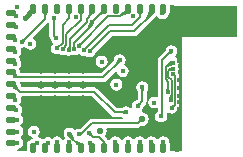
<source format=gbl>
G04 Layer_Physical_Order=4*
G04 Layer_Color=16711680*
%FSLAX25Y25*%
%MOIN*%
G70*
G01*
G75*
%ADD10C,0.00500*%
%ADD11C,0.00800*%
%ADD13C,0.00400*%
%ADD16C,0.01500*%
%ADD42C,0.01500*%
%ADD44C,0.02598*%
%ADD45C,0.02200*%
G04:AMPARAMS|DCode=49|XSize=17.72mil|YSize=33.47mil|CornerRadius=4.43mil|HoleSize=0mil|Usage=FLASHONLY|Rotation=180.000|XOffset=0mil|YOffset=0mil|HoleType=Round|Shape=RoundedRectangle|*
%AMROUNDEDRECTD49*
21,1,0.01772,0.02461,0,0,180.0*
21,1,0.00886,0.03347,0,0,180.0*
1,1,0.00886,-0.00443,0.01230*
1,1,0.00886,0.00443,0.01230*
1,1,0.00886,0.00443,-0.01230*
1,1,0.00886,-0.00443,-0.01230*
%
%ADD49ROUNDEDRECTD49*%
G04:AMPARAMS|DCode=50|XSize=17.72mil|YSize=33.47mil|CornerRadius=4.43mil|HoleSize=0mil|Usage=FLASHONLY|Rotation=90.000|XOffset=0mil|YOffset=0mil|HoleType=Round|Shape=RoundedRectangle|*
%AMROUNDEDRECTD50*
21,1,0.01772,0.02461,0,0,90.0*
21,1,0.00886,0.03347,0,0,90.0*
1,1,0.00886,0.01230,0.00443*
1,1,0.00886,0.01230,-0.00443*
1,1,0.00886,-0.01230,-0.00443*
1,1,0.00886,-0.01230,0.00443*
%
%ADD50ROUNDEDRECTD50*%
G36*
X36255Y13555D02*
X36734Y13234D01*
X36828Y13216D01*
X37300Y13122D01*
X39680D01*
X39977Y12720D01*
X39904Y12478D01*
X29700D01*
X29134Y12366D01*
X28655Y12045D01*
X25798Y9189D01*
X25300Y9288D01*
X24539Y9137D01*
X24104Y8846D01*
X23614Y8944D01*
X23606Y8956D01*
X22961Y9387D01*
X22200Y9538D01*
X21439Y9387D01*
X20794Y8956D01*
X20363Y8311D01*
X20212Y7550D01*
X20363Y6789D01*
X20794Y6144D01*
X20594Y6006D01*
X20594Y6006D01*
X20300Y5566D01*
X19800D01*
X19506Y6006D01*
X18861Y6437D01*
X18100Y6588D01*
X17339Y6437D01*
X16694Y6006D01*
X16694Y6006D01*
Y6006D01*
X16406Y5906D01*
D01*
X15761Y6337D01*
X15000Y6488D01*
X14239Y6337D01*
X13594Y5906D01*
X13467Y5715D01*
X12967D01*
X12906Y5806D01*
X12261Y6237D01*
X12070Y6275D01*
X11736Y6774D01*
X12167Y7419D01*
X12318Y8180D01*
X12167Y8941D01*
X11736Y9586D01*
X11091Y10017D01*
X10330Y10168D01*
X9569Y10017D01*
X8924Y9586D01*
X8493Y8941D01*
X8342Y8180D01*
X8493Y7419D01*
X8924Y6774D01*
X9569Y6343D01*
X9761Y6305D01*
X9908Y6084D01*
X9717Y5623D01*
X9096Y5499D01*
X8553Y5136D01*
X8190Y4592D01*
X8062Y3951D01*
Y1835D01*
X4729D01*
X4662Y2057D01*
X4919Y2485D01*
X5561Y2613D01*
X6206Y3044D01*
X6637Y3689D01*
X6788Y4450D01*
X6637Y5211D01*
X6206Y5856D01*
X5878Y6075D01*
Y6575D01*
X6206Y6794D01*
X6637Y7439D01*
X6788Y8200D01*
X6637Y8961D01*
X6206Y9606D01*
X5728Y9925D01*
Y10425D01*
X6206Y10744D01*
X6637Y11389D01*
X6788Y12150D01*
X6637Y12911D01*
X6206Y13556D01*
X5975Y13710D01*
X5877Y14201D01*
X6237Y14739D01*
X6388Y15500D01*
X6237Y16261D01*
X5806Y16906D01*
X5621Y17030D01*
X5523Y17520D01*
X5937Y18139D01*
X6088Y18900D01*
X5952Y19585D01*
X6108Y19775D01*
X6402Y19972D01*
X29838D01*
X36255Y13555D01*
D02*
G37*
G36*
X78165Y39850D02*
X59800D01*
Y1835D01*
X55605D01*
Y3951D01*
X55478Y4592D01*
X55469Y4605D01*
X55488Y4700D01*
X55337Y5461D01*
X54906Y6106D01*
X54261Y6537D01*
X53500Y6688D01*
X52739Y6537D01*
X52094Y6106D01*
X51750Y5591D01*
X51250D01*
X50906Y6106D01*
X50261Y6537D01*
X49500Y6688D01*
X48739Y6537D01*
X48094Y6106D01*
X47800Y5666D01*
X47300D01*
X47006Y6106D01*
X46361Y6537D01*
X45600Y6688D01*
X44839Y6537D01*
X44194Y6106D01*
X43900Y5666D01*
X43400D01*
X43106Y6106D01*
X42461Y6537D01*
X41700Y6688D01*
X40939Y6537D01*
X40294Y6106D01*
X39863Y5461D01*
X39850Y5395D01*
X39350Y5395D01*
X39337Y5461D01*
X38906Y6106D01*
X38261Y6537D01*
X37500Y6688D01*
X36739Y6537D01*
X36094Y6106D01*
X35663Y5461D01*
X35663Y5461D01*
Y5461D01*
X35594Y5365D01*
X35094Y5374D01*
X34848Y5743D01*
X33974Y6616D01*
X34467Y7353D01*
X34645Y8250D01*
X34469Y9135D01*
X34786Y9522D01*
X44900D01*
X45466Y9634D01*
X45945Y9955D01*
X46088Y10097D01*
X46300Y10055D01*
X47197Y10233D01*
X47958Y10742D01*
X48467Y11503D01*
X48645Y12400D01*
X48467Y13297D01*
X47958Y14058D01*
X47197Y14567D01*
X46312Y14743D01*
X46215Y15233D01*
X46306Y15294D01*
X46737Y15939D01*
X46855Y16533D01*
X46877Y16586D01*
X47545Y17255D01*
X47866Y17734D01*
X47978Y18300D01*
Y21682D01*
X48000Y21736D01*
X48337Y22239D01*
X48488Y23000D01*
X48337Y23761D01*
X47906Y24406D01*
X47261Y24837D01*
X46500Y24988D01*
X45739Y24837D01*
X45094Y24406D01*
X44663Y23761D01*
X44512Y23000D01*
X44663Y22239D01*
X45000Y21736D01*
X45022Y21682D01*
Y18912D01*
X44786Y18677D01*
X44733Y18655D01*
X44139Y18537D01*
X43494Y18106D01*
X43063Y17461D01*
X42912Y16700D01*
X43031Y16104D01*
X42568Y15912D01*
X42506Y16006D01*
X41861Y16437D01*
X41100Y16588D01*
X40339Y16437D01*
X39836Y16100D01*
X39783Y16078D01*
X37912D01*
X31495Y22495D01*
X31016Y22816D01*
X30450Y22928D01*
X6362D01*
X6077Y23214D01*
X6055Y23267D01*
X5937Y23861D01*
X5623Y24331D01*
X5799Y24659D01*
X5891Y24772D01*
X33380D01*
X33946Y24884D01*
X34425Y25205D01*
X34425Y25205D01*
X34425Y25205D01*
X37565Y28345D01*
X38044Y28199D01*
X38165Y27591D01*
X38596Y26946D01*
X39241Y26515D01*
X40002Y26364D01*
X40763Y26515D01*
X41408Y26946D01*
X41839Y27591D01*
X41990Y28352D01*
X41839Y29113D01*
X41408Y29758D01*
X40763Y30189D01*
X40591Y30223D01*
X40400Y30685D01*
X40737Y31189D01*
X40888Y31950D01*
X40737Y32711D01*
X40306Y33356D01*
X39661Y33787D01*
X38900Y33938D01*
X38139Y33787D01*
X37494Y33356D01*
X37063Y32711D01*
X36912Y31950D01*
X36912D01*
D01*
D01*
X36912D01*
X36901Y31925D01*
X36867Y31842D01*
X36867Y31842D01*
X36867Y31828D01*
X32768Y27728D01*
X5758D01*
X5605Y27957D01*
Y28361D01*
X5478Y29002D01*
X5439Y29060D01*
X5506Y29394D01*
X5506Y29394D01*
X5506D01*
X5937Y30039D01*
X6088Y30800D01*
X5937Y31561D01*
X5605Y32057D01*
Y32298D01*
X5478Y32939D01*
X5414Y33034D01*
X5506Y33494D01*
X5506Y33494D01*
X5506D01*
X5937Y34139D01*
X6088Y34900D01*
X5937Y35661D01*
X5843Y35802D01*
X6121Y36217D01*
X6400Y36162D01*
X7161Y36313D01*
X7180Y36326D01*
X7671Y36229D01*
X7794Y36044D01*
X8439Y35613D01*
X9200Y35462D01*
X9961Y35613D01*
X10606Y36044D01*
X11037Y36689D01*
X11188Y37450D01*
X11037Y38211D01*
X10606Y38856D01*
X10089Y39201D01*
X10040Y39699D01*
X15007Y44666D01*
X15469Y44475D01*
Y40145D01*
X15593Y39520D01*
X15937Y39005D01*
X16010Y38636D01*
X16441Y37991D01*
X16634Y37863D01*
Y37363D01*
X16624Y37356D01*
X16193Y36711D01*
X16042Y35950D01*
X16193Y35189D01*
X16624Y34544D01*
X17269Y34113D01*
X18030Y33962D01*
X18791Y34113D01*
X18818Y34131D01*
X19219Y33863D01*
X19980Y33712D01*
X20741Y33863D01*
X20810Y33909D01*
X21119Y33703D01*
X21880Y33552D01*
X22641Y33703D01*
X22962Y33918D01*
X23029Y33873D01*
X23790Y33722D01*
X24551Y33873D01*
X25011Y34181D01*
X25501Y34083D01*
X25594Y33944D01*
X26239Y33513D01*
X27000Y33362D01*
X27591Y33479D01*
X28139Y33113D01*
X28900Y32962D01*
X29661Y33113D01*
X30306Y33544D01*
X30737Y34189D01*
X30809Y34552D01*
X36326Y40069D01*
X43700D01*
X44324Y40193D01*
X44853Y40547D01*
X49281Y44973D01*
X49288Y44966D01*
X49335Y45028D01*
X50704Y46397D01*
X50764Y46486D01*
X51047Y46676D01*
X51419Y46602D01*
X51604Y46478D01*
X51794Y46194D01*
X52439Y45763D01*
X53200Y45612D01*
X53961Y45763D01*
X54606Y46194D01*
X54882Y46608D01*
X55115Y46763D01*
X55478Y47306D01*
X55605Y47948D01*
Y50065D01*
X78165D01*
Y39850D01*
D02*
G37*
%LPC*%
G36*
X56200Y37038D02*
X55439Y36887D01*
X54794Y36456D01*
X54363Y35811D01*
X54245Y35217D01*
X54223Y35164D01*
X52155Y33095D01*
X51834Y32616D01*
X51722Y32050D01*
Y19893D01*
X51281Y19657D01*
X51161Y19737D01*
X50400Y19888D01*
X49639Y19737D01*
X48994Y19306D01*
X48563Y18661D01*
X48412Y17900D01*
X48563Y17139D01*
X48994Y16494D01*
X49639Y16063D01*
X50400Y15912D01*
X51161Y16063D01*
X51281Y16143D01*
X51722Y15908D01*
Y14991D01*
X51294Y14706D01*
X50863Y14061D01*
X50712Y13300D01*
X50863Y12539D01*
X51294Y11894D01*
X51939Y11463D01*
X52700Y11312D01*
X53461Y11463D01*
X54106Y11894D01*
X54537Y12539D01*
X54688Y13300D01*
X54643Y13525D01*
X54678Y13700D01*
Y14308D01*
X55119Y14544D01*
X55539Y14263D01*
X56300Y14112D01*
X57061Y14263D01*
X57706Y14694D01*
X58137Y15339D01*
X58255Y15933D01*
X58277Y15986D01*
X58345Y16055D01*
X58666Y16534D01*
X58684Y16628D01*
X58778Y17100D01*
Y26600D01*
X58666Y27166D01*
X58585Y27286D01*
X58588Y27300D01*
X58437Y28061D01*
X58311Y28250D01*
X58437Y28439D01*
X58588Y29200D01*
X58437Y29961D01*
X58277Y30200D01*
X58437Y30439D01*
X58588Y31200D01*
X58437Y31961D01*
X58006Y32606D01*
X57403Y33009D01*
Y33249D01*
X57463Y33548D01*
X57606Y33644D01*
X58037Y34289D01*
X58188Y35050D01*
X58037Y35811D01*
X57606Y36456D01*
X56961Y36887D01*
X56200Y37038D01*
D02*
G37*
G36*
X32900Y33538D02*
X32139Y33387D01*
X31494Y32956D01*
X31063Y32311D01*
X30912Y31550D01*
X31063Y30789D01*
X31494Y30144D01*
X32139Y29713D01*
X32900Y29562D01*
X33661Y29713D01*
X34306Y30144D01*
X34737Y30789D01*
X34888Y31550D01*
X34737Y32311D01*
X34306Y32956D01*
X33661Y33387D01*
X32900Y33538D01*
D02*
G37*
G36*
X37800Y25838D02*
X37039Y25687D01*
X36394Y25256D01*
X35963Y24611D01*
X35812Y23850D01*
X35963Y23089D01*
X36394Y22444D01*
X37039Y22013D01*
X37800Y21862D01*
X38561Y22013D01*
X39206Y22444D01*
X39637Y23089D01*
X39788Y23850D01*
X39637Y24611D01*
X39206Y25256D01*
X38561Y25687D01*
X37800Y25838D01*
D02*
G37*
%LPD*%
D10*
X54546Y21754D02*
G03*
X55000Y22849I-1095J1095D01*
G01*
Y22366D02*
G03*
X55253Y21754I866J0D01*
G01*
X44900Y17200D02*
G03*
X45754Y17554I0J1207D01*
G01*
X45754Y17554D02*
G03*
X45400Y16700I854J-854D01*
G01*
X55900Y18600D02*
G03*
X56300Y19566I-966J966D01*
G01*
X55546Y18954D02*
G03*
X56300Y20773I-1819J1819D01*
G01*
Y16600D02*
G03*
X57154Y16954I0J1207D01*
G01*
X57153Y16954D02*
G03*
X56800Y16100I854J-854D01*
G01*
X56600Y29200D02*
G03*
X55728Y29028I-308J-737D01*
G01*
X56407Y28739D02*
G03*
X55200Y28500I-426J-1020D01*
G01*
X56600Y31200D02*
G03*
X55234Y30634I0J-1931D01*
G01*
X56600Y30700D02*
G03*
X54381Y29781I0J-3139D01*
G01*
X56151Y30981D02*
G03*
X55800Y31200I-350J-171D01*
G01*
D02*
G03*
X56151Y31419I0J390D01*
G01*
X46854Y22646D02*
G03*
X46500Y21793I854J-854D01*
G01*
D02*
G03*
X46146Y22646I-1207J0D01*
G01*
X40746Y14246D02*
G03*
X39893Y14600I-854J-854D01*
G01*
D02*
G03*
X40746Y14954I0J1207D01*
G01*
X3600Y18900D02*
G03*
X3246Y19754I-1207J0D01*
G01*
X3246Y19754D02*
G03*
X4100Y19400I854J854D01*
G01*
X4600Y23100D02*
G03*
X4953Y22246I1207J0D01*
G01*
X4954Y22246D02*
G03*
X4100Y22600I-854J-854D01*
G01*
X3600Y23100D02*
G03*
X3246Y23954I-1207J0D01*
G01*
X3246Y23954D02*
G03*
X4100Y23600I854J854D01*
G01*
X4400Y15500D02*
G03*
X3577Y16107I-823J-254D01*
G01*
X3922Y15353D02*
G03*
X2900Y16107I-1022J-315D01*
G01*
X3600Y30800D02*
G03*
X3246Y31654I-1207J0D01*
G01*
X3246Y31654D02*
G03*
X4100Y31300I854J854D01*
G01*
X4447Y11796D02*
G03*
X3593Y12150I-854J-854D01*
G01*
D02*
G03*
X4447Y12504I0J1207D01*
G01*
X29300Y7650D02*
G03*
X29654Y6796I1207J0D01*
G01*
X29654Y6797D02*
G03*
X28800Y7150I-854J-854D01*
G01*
X22200Y7550D02*
G03*
X22801Y6099I2052J0D01*
G01*
X22700Y7550D02*
G03*
X23655Y5245I3259J0D01*
G01*
X22443Y7113D02*
G03*
X22200Y6700I230J-413D01*
G01*
D02*
G03*
X21957Y7113I-472J0D01*
G01*
X56200Y34550D02*
G03*
X55346Y34196I0J-1207D01*
G01*
X55347Y34196D02*
G03*
X55700Y35050I-854J854D01*
G01*
X38900Y31450D02*
G03*
X38353Y31224I0J-773D01*
G01*
X37919Y30789D02*
G03*
X38400Y31950I-1161J1161D01*
G01*
X6400Y38650D02*
G03*
X7254Y39004I0J1207D01*
G01*
X7254Y39004D02*
G03*
X6900Y38150I854J-854D01*
G01*
X3996Y12552D02*
G03*
X4800Y12150I804J604D01*
G01*
X4800D02*
G03*
X3976Y11764I0J-1071D01*
G01*
X33449Y4037D02*
G03*
X33802Y4698I-441J660D01*
G01*
D02*
G03*
X34155Y4037I794J0D01*
G01*
X24780Y4120D02*
G03*
X25928Y3644I1149J1149D01*
G01*
X23926Y4974D02*
G03*
X25928Y4144I2002J2002D01*
G01*
X14567Y47941D02*
G03*
X14117Y46856I1085J-1085D01*
G01*
D02*
G03*
X13668Y47941I-1535J0D01*
G01*
X4023Y31512D02*
G03*
X4100Y30800I481J-308D01*
G01*
X4123Y23981D02*
G03*
X4763Y22437I2183J0D01*
G01*
X4115Y23085D02*
G03*
X3487Y23345I-627J-627D01*
G01*
X4019Y19695D02*
G03*
X4100Y18900I528J-347D01*
G01*
X4123Y16107D02*
G03*
X4357Y15543I797J0D01*
G01*
X4400Y15500D02*
G03*
X3823Y15567I-331J-331D01*
G01*
X2700Y20044D02*
X3244Y19700D01*
X2900Y19600D02*
Y20044D01*
X33380Y26250D02*
X38900Y31770D01*
Y31950D01*
X2897Y27525D02*
X2897Y27525D01*
X2920Y12150D02*
X4800D01*
X2900Y12170D02*
X2920Y12150D01*
X2900Y16107D02*
X2943Y16150D01*
X2900Y20044D02*
X3244Y19700D01*
X3793Y16107D02*
X4400Y15500D01*
X2900Y16107D02*
X3793D01*
X2956Y20044D02*
X4100Y18900D01*
X2900Y20044D02*
X2956D01*
X2700D02*
X2900Y19600D01*
X2700D02*
Y20044D01*
X3219Y23981D02*
X4100Y23100D01*
X2700Y23981D02*
X3219D01*
X4100Y23100D02*
X5750Y21450D01*
X3045Y31855D02*
X4100Y30800D01*
X2700Y31855D02*
X3045D01*
X6400Y38150D02*
X14117Y45867D01*
Y49178D01*
X4550Y26250D02*
X33380D01*
X4100Y26700D02*
X4550Y26250D01*
X22200Y6700D02*
Y7550D01*
Y6700D02*
X25928Y2972D01*
Y2721D02*
Y2972D01*
X28800Y7650D02*
X30050Y6400D01*
X32100D01*
X33802Y4698D01*
Y2721D02*
Y4698D01*
X25300Y7300D02*
X26000D01*
X29700Y11000D01*
X44900D02*
X46300Y12400D01*
X29700Y11000D02*
X44900D01*
X46500Y18300D02*
Y23000D01*
X44900Y16700D02*
X46500Y18300D01*
X37300Y14600D02*
X41100D01*
X30450Y21450D02*
X37300Y14600D01*
X5750Y21450D02*
X30450D01*
X54300Y29700D02*
X55800Y31200D01*
X56600D01*
Y27300D02*
X57300Y26600D01*
Y17100D02*
Y26600D01*
X56300Y16100D02*
X57300Y17100D01*
X55900Y29200D02*
X56600D01*
X55200Y28500D02*
X55900Y29200D01*
X55200Y26500D02*
Y28500D01*
Y26500D02*
X56300Y25400D01*
Y19000D02*
Y25400D01*
X55900Y18600D02*
X56300Y19000D01*
X54300Y25600D02*
Y29700D01*
Y25600D02*
X55000Y24900D01*
Y21500D02*
Y24900D01*
X54900Y21400D02*
X55000Y21500D01*
X53200Y32050D02*
X56200Y35050D01*
X53200Y13700D02*
Y32050D01*
X52800Y13300D02*
X53200Y13700D01*
X52700Y13300D02*
X52800D01*
D11*
X41947Y4453D02*
G03*
X41700Y3855I598J-598D01*
G01*
D02*
G03*
X41453Y4453I-845J0D01*
G01*
X45847D02*
G03*
X45600Y3855I598J-598D01*
G01*
D02*
G03*
X45353Y4453I-845J0D01*
G01*
X53747D02*
G03*
X53500Y3855I598J-598D01*
G01*
D02*
G03*
X53253Y4453I-845J0D01*
G01*
X29350Y4300D02*
G03*
X29597Y3703I845J0D01*
G01*
X29597Y3703D02*
G03*
X29000Y3950I-598J-598D01*
G01*
X18348Y4352D02*
G03*
X18054Y3645I708J-708D01*
G01*
X15000Y4150D02*
G03*
X14402Y3903I0J-845D01*
G01*
X14402Y3903D02*
G03*
X14650Y4500I-598J598D01*
G01*
X11500Y4050D02*
G03*
X10903Y3802I0J-845D01*
G01*
X10903Y3802D02*
G03*
X11150Y4400I-598J598D01*
G01*
X17347Y45853D02*
G03*
X17100Y45255I598J-598D01*
G01*
D02*
G03*
X16852Y45853I-845J0D01*
G01*
X3752Y26736D02*
G03*
X3332Y27918I-1452J150D01*
G01*
X3801Y26882D02*
G03*
X3725Y27525I-446J273D01*
G01*
X3750Y26700D02*
G03*
X3503Y27297I-845J0D01*
G01*
X3503Y27297D02*
G03*
X4100Y27050I598J598D01*
G01*
X3750Y34900D02*
G03*
X3503Y35497I-845J0D01*
G01*
X3503Y35497D02*
G03*
X4100Y35250I598J598D01*
G01*
X4552Y7953D02*
G03*
X3955Y8200I-598J-598D01*
G01*
D02*
G03*
X4552Y8448I0J845D01*
G01*
X4713Y47078D02*
G03*
X3915Y47603I-798J-344D01*
G01*
X3979Y46762D02*
G03*
X2700Y47603I-1278J-550D01*
G01*
X3850Y38800D02*
G03*
X3602Y39397I-845J0D01*
G01*
X3602Y39397D02*
G03*
X4200Y39150I598J598D01*
G01*
X3998Y42923D02*
G03*
X2700Y43666I-1298J-762D01*
G01*
X37739Y3277D02*
G03*
X37253Y4453I-1662J0D01*
G01*
X28900Y35300D02*
G03*
X29498Y35548I0J845D01*
G01*
X29498Y35548D02*
G03*
X29250Y34950I598J-598D01*
G01*
X25400Y37200D02*
G03*
X25997Y37448I0J845D01*
G01*
X25997Y37448D02*
G03*
X25750Y36850I598J-598D01*
G01*
X22248Y4352D02*
G03*
X22000Y3755I598J-598D01*
G01*
D02*
G03*
X21753Y4352I-845J0D01*
G01*
X18030Y36300D02*
G03*
X18628Y36547I0J845D01*
G01*
X18628Y36547D02*
G03*
X18380Y35950I598J-598D01*
G01*
X20671Y36523D02*
G03*
X20330Y35700I823J-823D01*
G01*
X21837Y35887D02*
G03*
X22300Y36412I-65J525D01*
G01*
X22300Y36412D02*
G03*
X22190Y35702I430J-430D01*
G01*
X23542Y35958D02*
G03*
X23790Y36555I-598J598D01*
G01*
D02*
G03*
X24037Y35958I845J0D01*
G01*
X27000Y35700D02*
G03*
X27597Y35947I0J845D01*
G01*
X27597Y35947D02*
G03*
X27350Y35350I598J-598D01*
G01*
X49550Y3733D02*
G03*
X49253Y4453I-1017J0D01*
G01*
X3583Y4296D02*
G03*
X4552Y4698I0J1371D01*
G01*
X29700Y45100D02*
G03*
X30297Y45347I0J845D01*
G01*
X30297Y45347D02*
G03*
X30050Y44750I598J-598D01*
G01*
X29761Y43811D02*
G03*
X30150Y44750I-939J939D01*
G01*
X28395Y42445D02*
G03*
X29350Y44750I-2305J2305D01*
G01*
X29948Y44502D02*
G03*
X29700Y43905I598J-598D01*
G01*
D02*
G03*
X29452Y44502I-845J0D01*
G01*
X3834Y4637D02*
G03*
X4646Y4296I812J798D01*
G01*
D02*
G03*
X3834Y3955I0J-1138D01*
G01*
X10252Y3989D02*
G03*
X11500Y4400I216J1442D01*
G01*
X53146Y3855D02*
G03*
X53500Y4700I-833J845D01*
G01*
Y4651D02*
G03*
X53831Y3852I1130J0D01*
G01*
X49214Y3859D02*
G03*
X49550Y4650I-760J791D01*
G01*
D02*
G03*
X49887Y3859I1097J0D01*
G01*
X3831Y8576D02*
G03*
X4740Y8200I909J909D01*
G01*
X4581D02*
G03*
X3831Y7890I0J-1060D01*
G01*
X3943Y35622D02*
G03*
X4100Y34900I641J-239D01*
G01*
X41341Y3860D02*
G03*
X41700Y4700I-803J840D01*
G01*
Y4624D02*
G03*
X42020Y3852I1092J0D01*
G01*
X37454Y3902D02*
G03*
X37739Y4461I-405J559D01*
G01*
D02*
G03*
X38024Y3902I690J0D01*
G01*
X21671Y3874D02*
G03*
X22000Y4600I-637J726D01*
G01*
Y4600D02*
G03*
X22321Y3865I1001J0D01*
G01*
X22335Y48047D02*
G03*
X21991Y47218I829J-829D01*
G01*
D02*
G03*
X21648Y48047I-1173J0D01*
G01*
X26272D02*
G03*
X25928Y47218I829J-829D01*
G01*
D02*
G03*
X25585Y48047I-1173J0D01*
G01*
X28594Y46494D02*
G03*
X29379Y48390I-1897J1897D01*
G01*
X33802Y47905D02*
G03*
X32184Y47234I0J-2288D01*
G01*
X41676Y47905D02*
G03*
X39503Y47004I0J-3074D01*
G01*
X17741Y3880D02*
G03*
X18054Y4554I-569J674D01*
G01*
D02*
G03*
X18368Y3880I883J0D01*
G01*
X14117Y3994D02*
G03*
X14761Y4261I0J910D01*
G01*
X15000Y4500D02*
G03*
X14603Y3517I959J-959D01*
G01*
X3926Y27709D02*
G03*
X4100Y26700I802J-381D01*
G01*
X3961Y39623D02*
G03*
X4200Y38800I867J-195D01*
G01*
X45957Y48047D02*
G03*
X45613Y47218I829J-829D01*
G01*
D02*
G03*
X45270Y48047I-1173J0D01*
G01*
X49493Y47493D02*
G03*
X49865Y48390I-898J898D01*
G01*
X48127Y46127D02*
G03*
X49065Y48390I-2263J2263D01*
G01*
X45270Y3852D02*
G03*
X45600Y4649I-797J797D01*
G01*
Y4700D02*
G03*
X45954Y3855I1185J0D01*
G01*
X29700Y43750D02*
Y44750D01*
X23790Y37840D02*
X29700Y43750D01*
X23790Y35710D02*
Y37840D01*
X27000Y35350D02*
X35385Y43735D01*
X3332Y27918D02*
X3725Y27525D01*
X3271Y39729D02*
X4200Y38800D01*
X2700Y39729D02*
X3271D01*
X3734Y43666D02*
X4300Y43100D01*
X2700Y43666D02*
X3734D01*
X3597Y47603D02*
X4300Y46900D01*
X2700Y47603D02*
X3597D01*
X3208Y35792D02*
X4100Y34900D01*
X2700Y35792D02*
X3208D01*
X3508D01*
X2700Y27918D02*
X2882D01*
X3275Y27525D01*
X4100Y26700D01*
X2882Y27918D02*
X3332D01*
X17100Y40145D02*
X17847Y39397D01*
X17100Y40145D02*
Y46100D01*
X18030Y35950D02*
X19900Y37820D01*
Y43900D01*
X21991Y45991D01*
Y49178D01*
X19980Y35700D02*
Y35832D01*
X21100Y36952D01*
Y40700D02*
X25928Y45528D01*
Y49178D01*
X21880Y35540D02*
Y35992D01*
X22300Y36412D01*
Y39100D01*
X28000Y44800D01*
Y45900D01*
X29865Y47765D01*
Y49178D01*
X21100Y36952D02*
Y40700D01*
X29700Y44750D02*
X33802Y48852D01*
Y49178D01*
X35150Y46600D02*
X39099D01*
X41676Y49178D01*
X25400Y36850D02*
X35150Y46600D01*
X35385Y43735D02*
X42935D01*
X45613Y46413D01*
Y49178D01*
X28900Y34950D02*
X35650Y41700D01*
X2733Y8200D02*
X4800D01*
X2700Y8233D02*
X2733Y8200D01*
X4646Y4296D02*
X4800Y4450D01*
X2700Y4296D02*
X4646D01*
X10180Y3080D02*
X11500Y4400D01*
X10180Y2721D02*
Y3080D01*
X14117Y3617D02*
X15000Y4500D01*
X14117Y2721D02*
Y3617D01*
X18054Y4554D02*
X18100Y4600D01*
X18054Y2721D02*
Y4554D01*
X22000Y2730D02*
Y4600D01*
X21991Y2721D02*
X22000Y2730D01*
X29000Y4300D02*
X29865Y3435D01*
Y2721D02*
Y3435D01*
X37500Y4700D02*
X37739Y4461D01*
Y2721D02*
Y4461D01*
X53500Y2734D02*
Y4700D01*
X53487Y2721D02*
X53500Y2734D01*
X49500Y4700D02*
X49550Y4650D01*
Y2721D02*
Y4650D01*
X45600Y2735D02*
Y4700D01*
Y2735D02*
X45613Y2721D01*
X41700Y2745D02*
Y4700D01*
X41676Y2721D02*
X41700Y2745D01*
X35650Y41700D02*
X43700D01*
X49550Y47550D01*
Y49178D01*
D13*
X2897Y27525D02*
X3275D01*
X3725D01*
D16*
X9782Y48532D02*
G03*
X10100Y49300I-768J768D01*
G01*
X10180Y48255D02*
G03*
X9027Y47777I0J-1631D01*
G01*
X7400Y46150D02*
X10180Y48930D01*
Y49178D01*
D42*
X74400Y42900D02*
D03*
X29700Y44750D02*
D03*
X24337Y46250D02*
D03*
X4800Y4450D02*
D03*
X9200Y37450D02*
D03*
X49500Y4700D02*
D03*
X7400Y46150D02*
D03*
X10330Y8180D02*
D03*
X27000Y35350D02*
D03*
X23790Y35710D02*
D03*
X21880Y35540D02*
D03*
X19980Y35700D02*
D03*
X18030Y35950D02*
D03*
X6400Y38150D02*
D03*
X38900Y31950D02*
D03*
X32900Y31550D02*
D03*
X40002Y28352D02*
D03*
X43500Y46700D02*
D03*
X56200Y35050D02*
D03*
X37800Y23850D02*
D03*
X22200Y7550D02*
D03*
X22000Y4600D02*
D03*
X25400Y36850D02*
D03*
X28900Y34950D02*
D03*
X37500Y4700D02*
D03*
X28800Y7650D02*
D03*
X4300Y43100D02*
D03*
X4200Y38800D02*
D03*
X58800Y39400D02*
D03*
X4800Y12150D02*
D03*
X4100Y30800D02*
D03*
X4300Y46900D02*
D03*
X56500Y49650D02*
D03*
X10100Y49300D02*
D03*
X37700Y49200D02*
D03*
X4800Y8200D02*
D03*
X4400Y15500D02*
D03*
X4100Y23100D02*
D03*
Y18900D02*
D03*
Y34900D02*
D03*
Y26700D02*
D03*
X17100Y46100D02*
D03*
X17847Y39397D02*
D03*
X4700Y49800D02*
D03*
X53200Y47600D02*
D03*
X11500Y4400D02*
D03*
X15000Y4500D02*
D03*
X18100Y4600D02*
D03*
X25300Y7300D02*
D03*
X29000Y4300D02*
D03*
X41100Y14600D02*
D03*
X46500Y23000D02*
D03*
X53500Y4700D02*
D03*
X45600D02*
D03*
X41700D02*
D03*
X56600Y31200D02*
D03*
Y29200D02*
D03*
Y27300D02*
D03*
X56300Y16100D02*
D03*
X55900Y18600D02*
D03*
X44900Y16700D02*
D03*
X58700Y34500D02*
D03*
X58800Y22600D02*
D03*
Y4300D02*
D03*
Y6700D02*
D03*
Y9200D02*
D03*
Y11400D02*
D03*
Y13600D02*
D03*
Y15700D02*
D03*
X58100Y2100D02*
D03*
X58800Y18000D02*
D03*
Y20200D02*
D03*
Y31700D02*
D03*
X59000Y28200D02*
D03*
X58800Y37000D02*
D03*
X56600Y41800D02*
D03*
X61100Y42600D02*
D03*
X66400Y42500D02*
D03*
Y40700D02*
D03*
X71100Y48100D02*
D03*
X72900Y46900D02*
D03*
X73500Y45000D02*
D03*
X77300Y43300D02*
D03*
Y45700D02*
D03*
Y48300D02*
D03*
X63600Y40700D02*
D03*
X61200D02*
D03*
X58800Y25300D02*
D03*
X54900Y21400D02*
D03*
X63600Y42600D02*
D03*
X77300Y40900D02*
D03*
X73500Y40800D02*
D03*
X65800Y48300D02*
D03*
X68400D02*
D03*
X61400D02*
D03*
X58600D02*
D03*
Y42600D02*
D03*
X52700Y13300D02*
D03*
X55068Y9668D02*
D03*
X50400Y17900D02*
D03*
X55700Y39900D02*
D03*
D44*
X12594Y28598D02*
D03*
X17318D02*
D03*
X22043D02*
D03*
X26767D02*
D03*
X12594Y23874D02*
D03*
X17318D02*
D03*
X22043D02*
D03*
X26767D02*
D03*
X12594Y19149D02*
D03*
X17318D02*
D03*
X22043D02*
D03*
X26767D02*
D03*
X12594Y14425D02*
D03*
X17318D02*
D03*
X22043D02*
D03*
X26767D02*
D03*
D45*
X32300Y8250D02*
D03*
X46300Y12400D02*
D03*
D49*
X53487Y49178D02*
D03*
X45613Y2721D02*
D03*
X49550Y49178D02*
D03*
X45613D02*
D03*
X14117Y2721D02*
D03*
X18054D02*
D03*
X14117Y49178D02*
D03*
X18054D02*
D03*
X41676D02*
D03*
X37739D02*
D03*
X33802D02*
D03*
X29865D02*
D03*
X25928D02*
D03*
X21991D02*
D03*
Y2721D02*
D03*
X25928D02*
D03*
X29865D02*
D03*
X33802D02*
D03*
X37739D02*
D03*
X41676D02*
D03*
X49550D02*
D03*
X53487D02*
D03*
X10180D02*
D03*
Y49178D02*
D03*
D50*
X2700Y39729D02*
D03*
Y16107D02*
D03*
Y20044D02*
D03*
Y23981D02*
D03*
Y27918D02*
D03*
Y31855D02*
D03*
Y43666D02*
D03*
Y35792D02*
D03*
Y12170D02*
D03*
Y8233D02*
D03*
Y47603D02*
D03*
Y4296D02*
D03*
M02*

</source>
